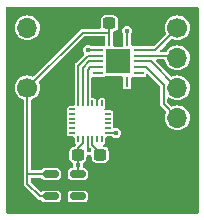
<source format=gbr>
%TF.GenerationSoftware,KiCad,Pcbnew,7.0.1*%
%TF.CreationDate,2023-04-17T09:12:49+12:00*%
%TF.ProjectId,ICM-20948-breakout,49434d2d-3230-4393-9438-2d627265616b,rev?*%
%TF.SameCoordinates,Original*%
%TF.FileFunction,Copper,L1,Top*%
%TF.FilePolarity,Positive*%
%FSLAX46Y46*%
G04 Gerber Fmt 4.6, Leading zero omitted, Abs format (unit mm)*
G04 Created by KiCad (PCBNEW 7.0.1) date 2023-04-17 09:12:49*
%MOMM*%
%LPD*%
G01*
G04 APERTURE LIST*
G04 Aperture macros list*
%AMRoundRect*
0 Rectangle with rounded corners*
0 $1 Rounding radius*
0 $2 $3 $4 $5 $6 $7 $8 $9 X,Y pos of 4 corners*
0 Add a 4 corners polygon primitive as box body*
4,1,4,$2,$3,$4,$5,$6,$7,$8,$9,$2,$3,0*
0 Add four circle primitives for the rounded corners*
1,1,$1+$1,$2,$3*
1,1,$1+$1,$4,$5*
1,1,$1+$1,$6,$7*
1,1,$1+$1,$8,$9*
0 Add four rect primitives between the rounded corners*
20,1,$1+$1,$2,$3,$4,$5,0*
20,1,$1+$1,$4,$5,$6,$7,0*
20,1,$1+$1,$6,$7,$8,$9,0*
20,1,$1+$1,$8,$9,$2,$3,0*%
G04 Aperture macros list end*
%TA.AperFunction,SMDPad,CuDef*%
%ADD10RoundRect,0.150000X-0.512500X-0.150000X0.512500X-0.150000X0.512500X0.150000X-0.512500X0.150000X0*%
%TD*%
%TA.AperFunction,SMDPad,CuDef*%
%ADD11RoundRect,0.050000X-0.225000X-0.050000X0.225000X-0.050000X0.225000X0.050000X-0.225000X0.050000X0*%
%TD*%
%TA.AperFunction,SMDPad,CuDef*%
%ADD12RoundRect,0.050000X0.050000X-0.225000X0.050000X0.225000X-0.050000X0.225000X-0.050000X-0.225000X0*%
%TD*%
%TA.AperFunction,SMDPad,CuDef*%
%ADD13RoundRect,0.237500X0.300000X0.237500X-0.300000X0.237500X-0.300000X-0.237500X0.300000X-0.237500X0*%
%TD*%
%TA.AperFunction,SMDPad,CuDef*%
%ADD14R,2.050000X2.050000*%
%TD*%
%TA.AperFunction,SMDPad,CuDef*%
%ADD15R,0.280000X0.850000*%
%TD*%
%TA.AperFunction,SMDPad,CuDef*%
%ADD16R,0.850000X0.280000*%
%TD*%
%TA.AperFunction,SMDPad,CuDef*%
%ADD17RoundRect,0.237500X-0.300000X-0.237500X0.300000X-0.237500X0.300000X0.237500X-0.300000X0.237500X0*%
%TD*%
%TA.AperFunction,ComponentPad*%
%ADD18C,1.700000*%
%TD*%
%TA.AperFunction,ComponentPad*%
%ADD19O,1.700000X1.700000*%
%TD*%
%TA.AperFunction,ViaPad*%
%ADD20C,0.450000*%
%TD*%
%TA.AperFunction,Conductor*%
%ADD21C,0.200000*%
%TD*%
G04 APERTURE END LIST*
D10*
%TO.P,U3,1,IN*%
%TO.N,VIN*%
X145957500Y-85020000D03*
%TO.P,U3,2,GND*%
%TO.N,GND*%
X145957500Y-85970000D03*
%TO.P,U3,3,EN*%
%TO.N,VIN*%
X145957500Y-86920000D03*
%TO.P,U3,4,NC*%
%TO.N,unconnected-(U3-NC-Pad4)*%
X148232500Y-86920000D03*
%TO.P,U3,5,OUT*%
%TO.N,+1V8*%
X148232500Y-85020000D03*
%TD*%
D11*
%TO.P,U1,1,NC*%
%TO.N,unconnected-(U1-NC-Pad1)*%
X147770000Y-79540000D03*
%TO.P,U1,2,NC*%
%TO.N,unconnected-(U1-NC-Pad2)*%
X147770000Y-79940000D03*
%TO.P,U1,3,NC*%
%TO.N,unconnected-(U1-NC-Pad3)*%
X147770000Y-80340000D03*
%TO.P,U1,4,NC*%
%TO.N,unconnected-(U1-NC-Pad4)*%
X147770000Y-80740000D03*
%TO.P,U1,5,NC*%
%TO.N,unconnected-(U1-NC-Pad5)*%
X147770000Y-81140000D03*
%TO.P,U1,6,NC*%
%TO.N,unconnected-(U1-NC-Pad6)*%
X147770000Y-81540000D03*
D12*
%TO.P,U1,7,AUX_CL*%
%TO.N,unconnected-(U1-AUX_CL-Pad7)*%
X148270000Y-82040000D03*
%TO.P,U1,8,VDDIO*%
%TO.N,+1V8*%
X148670000Y-82040000D03*
%TO.P,U1,9,SDO/AD0*%
%TO.N,Net-(U1-SDO{slash}AD0)*%
X149070000Y-82040000D03*
%TO.P,U1,10,REGOUT*%
%TO.N,Net-(U1-REGOUT)*%
X149470000Y-82040000D03*
%TO.P,U1,11,FSYNC*%
%TO.N,unconnected-(U1-FSYNC-Pad11)*%
X149870000Y-82040000D03*
%TO.P,U1,12,INT1*%
%TO.N,unconnected-(U1-INT1-Pad12)*%
X150270000Y-82040000D03*
D11*
%TO.P,U1,13,VDD*%
%TO.N,+1V8*%
X150770000Y-81540000D03*
%TO.P,U1,14,NC*%
%TO.N,unconnected-(U1-NC-Pad14)*%
X150770000Y-81140000D03*
%TO.P,U1,15,NC*%
%TO.N,unconnected-(U1-NC-Pad15)*%
X150770000Y-80740000D03*
%TO.P,U1,16,NC*%
%TO.N,unconnected-(U1-NC-Pad16)*%
X150770000Y-80340000D03*
%TO.P,U1,17,NC*%
%TO.N,unconnected-(U1-NC-Pad17)*%
X150770000Y-79940000D03*
%TO.P,U1,18,GND*%
%TO.N,GND*%
X150770000Y-79540000D03*
D12*
%TO.P,U1,19,RESV*%
%TO.N,unconnected-(U1-RESV-Pad19)*%
X150270000Y-79040000D03*
%TO.P,U1,20,GND*%
%TO.N,GND*%
X149870000Y-79040000D03*
%TO.P,U1,21,AUX_DA*%
%TO.N,unconnected-(U1-AUX_DA-Pad21)*%
X149470000Y-79040000D03*
%TO.P,U1,22,~{CS}*%
%TO.N,Net-(U1-~{CS})*%
X149070000Y-79040000D03*
%TO.P,U1,23,SCL/SCLK*%
%TO.N,Net-(U1-SCL{slash}SCLK)*%
X148670000Y-79040000D03*
%TO.P,U1,24,SDA/SDI*%
%TO.N,Net-(U1-SDA{slash}SDI)*%
X148270000Y-79040000D03*
%TD*%
D13*
%TO.P,C2,2*%
%TO.N,GND*%
X146507500Y-83390000D03*
%TO.P,C2,1*%
%TO.N,+1V8*%
X148232500Y-83390000D03*
%TD*%
%TO.P,C3,1*%
%TO.N,VIN*%
X150905000Y-72265000D03*
%TO.P,C3,2*%
%TO.N,GND*%
X149180000Y-72265000D03*
%TD*%
D14*
%TO.P,U2,15,Pad*%
%TO.N,unconnected-(U2-Pad-Pad15)*%
X151655000Y-75490000D03*
D15*
%TO.P,U2,14,VCCB*%
%TO.N,+1V8*%
X152405000Y-73765000D03*
D16*
%TO.P,U2,13,B1*%
%TO.N,/SDO{slash}AD0*%
X153380000Y-74490000D03*
%TO.P,U2,12,B2*%
%TO.N,/SDA{slash}SDI*%
X153380000Y-74990000D03*
%TO.P,U2,11,B3*%
%TO.N,/SCL{slash}SCLK*%
X153380000Y-75490000D03*
%TO.P,U2,10,B4*%
%TO.N,/CS*%
X153380000Y-75990000D03*
%TO.P,U2,9,NC*%
%TO.N,unconnected-(U2-NC-Pad9)*%
X153380000Y-76490000D03*
D15*
%TO.P,U2,8,OE*%
%TO.N,unconnected-(U2-OE-Pad8)*%
X152405000Y-77215000D03*
%TO.P,U2,7,GND*%
%TO.N,GND*%
X150905000Y-77215000D03*
D16*
%TO.P,U2,6,NC*%
%TO.N,unconnected-(U2-NC-Pad6)*%
X149930000Y-76490000D03*
%TO.P,U2,5,A4*%
%TO.N,Net-(U1-~{CS})*%
X149930000Y-75990000D03*
%TO.P,U2,4,A3*%
%TO.N,Net-(U1-SCL{slash}SCLK)*%
X149930000Y-75490000D03*
%TO.P,U2,3,A2*%
%TO.N,Net-(U1-SDA{slash}SDI)*%
X149930000Y-74990000D03*
%TO.P,U2,2,A1*%
%TO.N,Net-(U1-SDO{slash}AD0)*%
X149930000Y-74490000D03*
D15*
%TO.P,U2,1,VCCA*%
%TO.N,VIN*%
X150905000Y-73765000D03*
%TD*%
D17*
%TO.P,C1,1*%
%TO.N,Net-(U1-REGOUT)*%
X150139930Y-83390000D03*
%TO.P,C1,2*%
%TO.N,GND*%
X151864930Y-83390000D03*
%TD*%
D18*
%TO.P,J2,1,Pin_1*%
%TO.N,VIN*%
X143960000Y-77720000D03*
D19*
%TO.P,J2,2,Pin_2*%
%TO.N,GND*%
X143960000Y-75180000D03*
%TO.P,J2,3,Pin_3*%
%TO.N,+1V8*%
X143960000Y-72640000D03*
%TD*%
%TO.P,J1,4,Pin_4*%
%TO.N,/CS*%
X156660000Y-80260000D03*
%TO.P,J1,3,Pin_3*%
%TO.N,/SCL{slash}SCLK*%
X156660000Y-77720000D03*
%TO.P,J1,2,Pin_2*%
%TO.N,/SDA{slash}SDI*%
X156660000Y-75180000D03*
D18*
%TO.P,J1,1,Pin_1*%
%TO.N,/SDO{slash}AD0*%
X156660000Y-72640000D03*
%TD*%
D20*
%TO.N,GND*%
X150905000Y-78070000D03*
X149180000Y-71360000D03*
X146507500Y-82490000D03*
X149870000Y-78180000D03*
X144870000Y-85970000D03*
%TO.N,+1V8*%
X151470000Y-81540000D03*
X148232500Y-84290000D03*
%TO.N,Net-(U1-SDO{slash}AD0)*%
X149177431Y-83003141D03*
X149070000Y-74490000D03*
%TO.N,+1V8*%
X152405000Y-72900000D03*
%TD*%
D21*
%TO.N,VIN*%
X145050000Y-86920000D02*
X143960000Y-85830000D01*
X145957500Y-86920000D02*
X145050000Y-86920000D01*
X143960000Y-85830000D02*
X143960000Y-77720000D01*
%TO.N,+1V8*%
X150770000Y-81540000D02*
X151470000Y-81540000D01*
%TO.N,GND*%
X150905000Y-78070000D02*
X150905000Y-77215000D01*
X149180000Y-71360000D02*
X149180000Y-72265000D01*
X146507500Y-82490000D02*
X146507500Y-83390000D01*
X149870000Y-78180000D02*
X149870000Y-79040000D01*
X144870000Y-85970000D02*
X145957500Y-85970000D01*
%TO.N,VIN*%
X148640000Y-73040000D02*
X143960000Y-77720000D01*
X150905000Y-73040000D02*
X148640000Y-73040000D01*
X150905000Y-73040000D02*
X150905000Y-72265000D01*
X150905000Y-73765000D02*
X150905000Y-73040000D01*
X145957500Y-85020000D02*
X143980000Y-85020000D01*
%TO.N,/SCL{slash}SCLK*%
X154430000Y-75490000D02*
X153380000Y-75490000D01*
%TO.N,+1V8*%
X148232500Y-84290000D02*
X148232500Y-85020000D01*
X148232500Y-83390000D02*
X148232500Y-84290000D01*
%TO.N,Net-(U1-REGOUT)*%
X150139930Y-83219930D02*
X149704931Y-82784931D01*
X150139930Y-83390000D02*
X150139930Y-83219930D01*
%TO.N,+1V8*%
X148232500Y-82847475D02*
X148232500Y-83390000D01*
X148670000Y-82409975D02*
X148232500Y-82847475D01*
X148670000Y-82040000D02*
X148670000Y-82409975D01*
%TO.N,Net-(U1-REGOUT)*%
X149702431Y-82784931D02*
X149704931Y-82784931D01*
X149470000Y-82552500D02*
X149702431Y-82784931D01*
X149470000Y-82040000D02*
X149470000Y-82552500D01*
%TO.N,Net-(U1-SDO{slash}AD0)*%
X149070000Y-82895710D02*
X149070000Y-82040000D01*
X149177431Y-83003141D02*
X149070000Y-82895710D01*
%TO.N,+1V8*%
X152405000Y-72900000D02*
X152405000Y-73765000D01*
%TO.N,Net-(U1-SDO{slash}AD0)*%
X149070000Y-74490000D02*
X149930000Y-74490000D01*
%TO.N,Net-(U1-SDA{slash}SDI)*%
X149905000Y-75015000D02*
X149930000Y-74990000D01*
X149108628Y-75015000D02*
X149905000Y-75015000D01*
X148270000Y-75853628D02*
X149108628Y-75015000D01*
X148270000Y-79040000D02*
X148270000Y-75853628D01*
%TO.N,Net-(U1-SCL{slash}SCLK)*%
X149199314Y-75490000D02*
X149930000Y-75490000D01*
X148670000Y-76019314D02*
X149199314Y-75490000D01*
X148670000Y-79040000D02*
X148670000Y-76019314D01*
%TO.N,Net-(U1-~{CS})*%
X149265000Y-75990000D02*
X149930000Y-75990000D01*
X149070000Y-76185000D02*
X149265000Y-75990000D01*
X149070000Y-79040000D02*
X149070000Y-76185000D01*
%TO.N,/CS*%
X154045000Y-75990000D02*
X153540000Y-75990000D01*
X155510000Y-77455000D02*
X154045000Y-75990000D01*
%TO.N,/SDA{slash}SDI*%
X153540000Y-74990000D02*
X156470000Y-74990000D01*
X156470000Y-74990000D02*
X156660000Y-75180000D01*
%TO.N,/SDO{slash}AD0*%
X154810000Y-74490000D02*
X153540000Y-74490000D01*
%TO.N,/CS*%
X155510000Y-77455000D02*
X155510000Y-79110000D01*
X155510000Y-79110000D02*
X156660000Y-80260000D01*
%TO.N,/SCL{slash}SCLK*%
X154430000Y-75490000D02*
X156660000Y-77720000D01*
%TO.N,/SDO{slash}AD0*%
X154810000Y-74490000D02*
X156660000Y-72640000D01*
%TD*%
%TA.AperFunction,Conductor*%
%TO.N,GND*%
G36*
X158397500Y-70857113D02*
G01*
X158442887Y-70902500D01*
X158459500Y-70964500D01*
X158459500Y-88245500D01*
X158442887Y-88307500D01*
X158397500Y-88352887D01*
X158335500Y-88369500D01*
X142284500Y-88369500D01*
X142222500Y-88352887D01*
X142177113Y-88307500D01*
X142160500Y-88245500D01*
X142160500Y-77720000D01*
X142904417Y-77720000D01*
X142924699Y-77925932D01*
X142924700Y-77925934D01*
X142984768Y-78123954D01*
X143082315Y-78306450D01*
X143133608Y-78368952D01*
X143213589Y-78466410D01*
X143257566Y-78502500D01*
X143373550Y-78597685D01*
X143556046Y-78695232D01*
X143570701Y-78699677D01*
X143571497Y-78699919D01*
X143617260Y-78725352D01*
X143648447Y-78767404D01*
X143659500Y-78818579D01*
X143659500Y-85760757D01*
X143656756Y-85777577D01*
X143659368Y-85834079D01*
X143659500Y-85839805D01*
X143659500Y-85858819D01*
X143661181Y-85873307D01*
X143662415Y-85899993D01*
X143665213Y-85906330D01*
X143673666Y-85933626D01*
X143674938Y-85940434D01*
X143688997Y-85963140D01*
X143697002Y-85978327D01*
X143707792Y-86002763D01*
X143712688Y-86007659D01*
X143730434Y-86030063D01*
X143734081Y-86035952D01*
X143755396Y-86052048D01*
X143768351Y-86063322D01*
X144788550Y-87083521D01*
X144798507Y-87097358D01*
X144806041Y-87104226D01*
X144806042Y-87104228D01*
X144819429Y-87116432D01*
X144840316Y-87135474D01*
X144844457Y-87139429D01*
X144857888Y-87152860D01*
X144869328Y-87161922D01*
X144889065Y-87179915D01*
X144889066Y-87179915D01*
X144889067Y-87179916D01*
X144895526Y-87182418D01*
X144920809Y-87195745D01*
X144926520Y-87199657D01*
X144952517Y-87205771D01*
X144968908Y-87210846D01*
X144993827Y-87220500D01*
X145000752Y-87220500D01*
X145029142Y-87223794D01*
X145035881Y-87225379D01*
X145035883Y-87225378D01*
X145036093Y-87225428D01*
X145087050Y-87229024D01*
X145132496Y-87253179D01*
X145140112Y-87262909D01*
X145141170Y-87261852D01*
X145238515Y-87359197D01*
X145238516Y-87359197D01*
X145238517Y-87359198D01*
X145343607Y-87410573D01*
X145370860Y-87414543D01*
X145411737Y-87420500D01*
X145411740Y-87420500D01*
X146503260Y-87420500D01*
X146503263Y-87420500D01*
X146537326Y-87415536D01*
X146571393Y-87410573D01*
X146676483Y-87359198D01*
X146759198Y-87276483D01*
X146810573Y-87171393D01*
X146820500Y-87103263D01*
X147369500Y-87103263D01*
X147379426Y-87171390D01*
X147379426Y-87171391D01*
X147379427Y-87171393D01*
X147396233Y-87205771D01*
X147430802Y-87276484D01*
X147513515Y-87359197D01*
X147513516Y-87359197D01*
X147513517Y-87359198D01*
X147618607Y-87410573D01*
X147645860Y-87414543D01*
X147686737Y-87420500D01*
X147686740Y-87420500D01*
X148778260Y-87420500D01*
X148778263Y-87420500D01*
X148812326Y-87415536D01*
X148846393Y-87410573D01*
X148951483Y-87359198D01*
X149034198Y-87276483D01*
X149085573Y-87171393D01*
X149095500Y-87103260D01*
X149095500Y-86736740D01*
X149085573Y-86668607D01*
X149034198Y-86563517D01*
X149034197Y-86563516D01*
X149034197Y-86563515D01*
X148951484Y-86480802D01*
X148897712Y-86454515D01*
X148846393Y-86429427D01*
X148846391Y-86429426D01*
X148846390Y-86429426D01*
X148778263Y-86419500D01*
X148778260Y-86419500D01*
X147686740Y-86419500D01*
X147686737Y-86419500D01*
X147618609Y-86429426D01*
X147513515Y-86480802D01*
X147430802Y-86563515D01*
X147379426Y-86668609D01*
X147369500Y-86736737D01*
X147369500Y-87103263D01*
X146820500Y-87103263D01*
X146820500Y-87103260D01*
X146820500Y-86736740D01*
X146810573Y-86668607D01*
X146759198Y-86563517D01*
X146759197Y-86563516D01*
X146759197Y-86563515D01*
X146676484Y-86480802D01*
X146622712Y-86454515D01*
X146571393Y-86429427D01*
X146571391Y-86429426D01*
X146571390Y-86429426D01*
X146503263Y-86419500D01*
X146503260Y-86419500D01*
X145411740Y-86419500D01*
X145411737Y-86419500D01*
X145343609Y-86429426D01*
X145238515Y-86480802D01*
X145224824Y-86494494D01*
X145169236Y-86526586D01*
X145105050Y-86526586D01*
X145049463Y-86494492D01*
X144296819Y-85741848D01*
X144269939Y-85701620D01*
X144260500Y-85654167D01*
X144260500Y-85444500D01*
X144277113Y-85382500D01*
X144322500Y-85337113D01*
X144384500Y-85320500D01*
X145051029Y-85320500D01*
X145116695Y-85339314D01*
X145138984Y-85364037D01*
X145141170Y-85361852D01*
X145238515Y-85459197D01*
X145238516Y-85459197D01*
X145238517Y-85459198D01*
X145343607Y-85510573D01*
X145370860Y-85514543D01*
X145411737Y-85520500D01*
X145411740Y-85520500D01*
X146503260Y-85520500D01*
X146503263Y-85520500D01*
X146537326Y-85515536D01*
X146571393Y-85510573D01*
X146676483Y-85459198D01*
X146759198Y-85376483D01*
X146810573Y-85271393D01*
X146820500Y-85203260D01*
X146820500Y-84836740D01*
X146810573Y-84768607D01*
X146759198Y-84663517D01*
X146759197Y-84663516D01*
X146759197Y-84663515D01*
X146676484Y-84580802D01*
X146622712Y-84554515D01*
X146571393Y-84529427D01*
X146571391Y-84529426D01*
X146571390Y-84529426D01*
X146503263Y-84519500D01*
X146503260Y-84519500D01*
X145411740Y-84519500D01*
X145411737Y-84519500D01*
X145343609Y-84529426D01*
X145238515Y-84580802D01*
X145141170Y-84678148D01*
X145138984Y-84675962D01*
X145116695Y-84700686D01*
X145051029Y-84719500D01*
X144384500Y-84719500D01*
X144322500Y-84702887D01*
X144277113Y-84657500D01*
X144260500Y-84595500D01*
X144260500Y-78818579D01*
X144271553Y-78767404D01*
X144302740Y-78725352D01*
X144348503Y-78699919D01*
X144349120Y-78699731D01*
X144363954Y-78695232D01*
X144546450Y-78597685D01*
X144706410Y-78466410D01*
X144837685Y-78306450D01*
X144935232Y-78123954D01*
X144995300Y-77925934D01*
X145015583Y-77720000D01*
X144995300Y-77514066D01*
X144935232Y-77316046D01*
X144927618Y-77301802D01*
X144913244Y-77251464D01*
X144920926Y-77199674D01*
X144949295Y-77155674D01*
X148728151Y-73376819D01*
X148768380Y-73349939D01*
X148815833Y-73340500D01*
X150440500Y-73340500D01*
X150502500Y-73357113D01*
X150547887Y-73402500D01*
X150564500Y-73464500D01*
X150564500Y-74036150D01*
X150552595Y-74089167D01*
X150519164Y-74132004D01*
X150470629Y-74156434D01*
X150416308Y-74157766D01*
X150393254Y-74153181D01*
X150374749Y-74149500D01*
X150374748Y-74149500D01*
X149485252Y-74149500D01*
X149485250Y-74149500D01*
X149421805Y-74162120D01*
X149361619Y-74159164D01*
X149342183Y-74147514D01*
X149340719Y-74150388D01*
X149203124Y-74080280D01*
X149070000Y-74059195D01*
X148936875Y-74080280D01*
X148816778Y-74141472D01*
X148721472Y-74236778D01*
X148660280Y-74356875D01*
X148639195Y-74490000D01*
X148660280Y-74623124D01*
X148721472Y-74743221D01*
X148750772Y-74772521D01*
X148782866Y-74828108D01*
X148782866Y-74892296D01*
X148750772Y-74947883D01*
X148106475Y-75592180D01*
X148092639Y-75602136D01*
X148054523Y-75643946D01*
X148050573Y-75648082D01*
X148037141Y-75661514D01*
X148028087Y-75672945D01*
X148010083Y-75692695D01*
X148007578Y-75699162D01*
X147994259Y-75724430D01*
X147990343Y-75730146D01*
X147984228Y-75756145D01*
X147979151Y-75772541D01*
X147969500Y-75797455D01*
X147969500Y-75804379D01*
X147966206Y-75832772D01*
X147964621Y-75839509D01*
X147968311Y-75865960D01*
X147969500Y-75883093D01*
X147969500Y-79115500D01*
X147952887Y-79177500D01*
X147907500Y-79222887D01*
X147845500Y-79239500D01*
X147520325Y-79239500D01*
X147447261Y-79254033D01*
X147364399Y-79309399D01*
X147309033Y-79392261D01*
X147294500Y-79465325D01*
X147294500Y-79614675D01*
X147312935Y-79707354D01*
X147316438Y-79715810D01*
X147316438Y-79764190D01*
X147312935Y-79772645D01*
X147294500Y-79865325D01*
X147294500Y-80014675D01*
X147312934Y-80107345D01*
X147316435Y-80115795D01*
X147316441Y-80164174D01*
X147312938Y-80172634D01*
X147294500Y-80265325D01*
X147294500Y-80414675D01*
X147312935Y-80507351D01*
X147316436Y-80515804D01*
X147316440Y-80564172D01*
X147312937Y-80572633D01*
X147294500Y-80665324D01*
X147294500Y-80814675D01*
X147312935Y-80907354D01*
X147316438Y-80915810D01*
X147316438Y-80964190D01*
X147312935Y-80972645D01*
X147294500Y-81065325D01*
X147294500Y-81214675D01*
X147312935Y-81307354D01*
X147316438Y-81315810D01*
X147316438Y-81364190D01*
X147312935Y-81372645D01*
X147294500Y-81465325D01*
X147294500Y-81614675D01*
X147309033Y-81687738D01*
X147309033Y-81687739D01*
X147309034Y-81687740D01*
X147364399Y-81770601D01*
X147447260Y-81825966D01*
X147483793Y-81833233D01*
X147520325Y-81840500D01*
X147520326Y-81840500D01*
X147845500Y-81840500D01*
X147907500Y-81857113D01*
X147952887Y-81902500D01*
X147969500Y-81964500D01*
X147969500Y-82289675D01*
X147984033Y-82362738D01*
X147984033Y-82362739D01*
X147984034Y-82362740D01*
X148039399Y-82445601D01*
X148039400Y-82445601D01*
X148050117Y-82461641D01*
X148069690Y-82512457D01*
X148065604Y-82566758D01*
X148038648Y-82614072D01*
X148017022Y-82637793D01*
X148013073Y-82641929D01*
X147999641Y-82655361D01*
X147990589Y-82666790D01*
X147983988Y-82674032D01*
X147942435Y-82703933D01*
X147892345Y-82714500D01*
X147879740Y-82714500D01*
X147850154Y-82717274D01*
X147725521Y-82760885D01*
X147619288Y-82839288D01*
X147540885Y-82945521D01*
X147497274Y-83070154D01*
X147494500Y-83099740D01*
X147494500Y-83680260D01*
X147497274Y-83709845D01*
X147540885Y-83834478D01*
X147619288Y-83940711D01*
X147725523Y-84019115D01*
X147725524Y-84019115D01*
X147725525Y-84019116D01*
X147736208Y-84022854D01*
X147740631Y-84024402D01*
X147788661Y-84055083D01*
X147817893Y-84104008D01*
X147822152Y-84160842D01*
X147801695Y-84289999D01*
X147815333Y-84376102D01*
X147812205Y-84429158D01*
X147787151Y-84476031D01*
X147744774Y-84508110D01*
X147692860Y-84519500D01*
X147686737Y-84519500D01*
X147618609Y-84529426D01*
X147513515Y-84580802D01*
X147430802Y-84663515D01*
X147379426Y-84768609D01*
X147369500Y-84836737D01*
X147369500Y-85203263D01*
X147379426Y-85271390D01*
X147430802Y-85376484D01*
X147513515Y-85459197D01*
X147513516Y-85459197D01*
X147513517Y-85459198D01*
X147618607Y-85510573D01*
X147645860Y-85514543D01*
X147686737Y-85520500D01*
X147686740Y-85520500D01*
X148778260Y-85520500D01*
X148778263Y-85520500D01*
X148812326Y-85515536D01*
X148846393Y-85510573D01*
X148951483Y-85459198D01*
X149034198Y-85376483D01*
X149085573Y-85271393D01*
X149095500Y-85203260D01*
X149095500Y-84836740D01*
X149085573Y-84768607D01*
X149034198Y-84663517D01*
X149034197Y-84663516D01*
X149034197Y-84663515D01*
X148951484Y-84580802D01*
X148897712Y-84554515D01*
X148846393Y-84529427D01*
X148846391Y-84529426D01*
X148846390Y-84529426D01*
X148778263Y-84519500D01*
X148778260Y-84519500D01*
X148772140Y-84519500D01*
X148720226Y-84508110D01*
X148677849Y-84476031D01*
X148652795Y-84429158D01*
X148649667Y-84376102D01*
X148663304Y-84290000D01*
X148663304Y-84289999D01*
X148642847Y-84160840D01*
X148647106Y-84104008D01*
X148676338Y-84055083D01*
X148724365Y-84024402D01*
X148739475Y-84019116D01*
X148739476Y-84019114D01*
X148739479Y-84019114D01*
X148845711Y-83940711D01*
X148924114Y-83834478D01*
X148924114Y-83834477D01*
X148924116Y-83834475D01*
X148967725Y-83709849D01*
X148970500Y-83680256D01*
X148970500Y-83546356D01*
X148981890Y-83494442D01*
X149013968Y-83452066D01*
X149060841Y-83427012D01*
X149113898Y-83423883D01*
X149177430Y-83433945D01*
X149177430Y-83433944D01*
X149177431Y-83433945D01*
X149240960Y-83423883D01*
X149258532Y-83421100D01*
X149311588Y-83424228D01*
X149358461Y-83449282D01*
X149390540Y-83491659D01*
X149401930Y-83543573D01*
X149401930Y-83680260D01*
X149404704Y-83709845D01*
X149448315Y-83834478D01*
X149526718Y-83940711D01*
X149632951Y-84019114D01*
X149632953Y-84019114D01*
X149632955Y-84019116D01*
X149757581Y-84062725D01*
X149770263Y-84063914D01*
X149787170Y-84065500D01*
X149787174Y-84065500D01*
X150492686Y-84065500D01*
X150492690Y-84065500D01*
X150507482Y-84064112D01*
X150522279Y-84062725D01*
X150646905Y-84019116D01*
X150753141Y-83940711D01*
X150831546Y-83834475D01*
X150875155Y-83709849D01*
X150877930Y-83680256D01*
X150877930Y-83099744D01*
X150875155Y-83070151D01*
X150831546Y-82945525D01*
X150831544Y-82945523D01*
X150831544Y-82945521D01*
X150753141Y-82839288D01*
X150646908Y-82760885D01*
X150574208Y-82735446D01*
X150522279Y-82717275D01*
X150522277Y-82717274D01*
X150522275Y-82717274D01*
X150494316Y-82714652D01*
X150437389Y-82694552D01*
X150396701Y-82649951D01*
X150381896Y-82591423D01*
X150396484Y-82532841D01*
X150437001Y-82488096D01*
X150500601Y-82445601D01*
X150555966Y-82362740D01*
X150570500Y-82289674D01*
X150570500Y-81964500D01*
X150587113Y-81902500D01*
X150632500Y-81857113D01*
X150694500Y-81840500D01*
X150713827Y-81840500D01*
X151019674Y-81840500D01*
X151117389Y-81840500D01*
X151164842Y-81849939D01*
X151205070Y-81876819D01*
X151216778Y-81888527D01*
X151216780Y-81888528D01*
X151336874Y-81949719D01*
X151470000Y-81970804D01*
X151603126Y-81949719D01*
X151723220Y-81888528D01*
X151818528Y-81793220D01*
X151879719Y-81673126D01*
X151900804Y-81540000D01*
X151879719Y-81406874D01*
X151818528Y-81286780D01*
X151818527Y-81286778D01*
X151723221Y-81191472D01*
X151603124Y-81130280D01*
X151469999Y-81109195D01*
X151378572Y-81123676D01*
X151316256Y-81117539D01*
X151264884Y-81081735D01*
X151237557Y-81025395D01*
X151230966Y-80992260D01*
X151230965Y-80992259D01*
X151227064Y-80972646D01*
X151223563Y-80964195D01*
X151223563Y-80915805D01*
X151227064Y-80907353D01*
X151245500Y-80814675D01*
X151245500Y-80665325D01*
X151227064Y-80572646D01*
X151223563Y-80564195D01*
X151223563Y-80515805D01*
X151227064Y-80507353D01*
X151235304Y-80465934D01*
X151245500Y-80414674D01*
X151245500Y-80265326D01*
X151230966Y-80192260D01*
X151230965Y-80192259D01*
X151227063Y-80172641D01*
X151223561Y-80164185D01*
X151223564Y-80115801D01*
X151227065Y-80107350D01*
X151245500Y-80014675D01*
X151245500Y-79865325D01*
X151230966Y-79792261D01*
X151230966Y-79792260D01*
X151175601Y-79709399D01*
X151092740Y-79654034D01*
X151092739Y-79654033D01*
X151092738Y-79654033D01*
X151019675Y-79639500D01*
X151019674Y-79639500D01*
X150603029Y-79639500D01*
X150539280Y-79621858D01*
X150493671Y-79573954D01*
X150479178Y-79509416D01*
X150499926Y-79446610D01*
X150500599Y-79445601D01*
X150500601Y-79445601D01*
X150555966Y-79362740D01*
X150570500Y-79289674D01*
X150570500Y-78790326D01*
X150565940Y-78767404D01*
X150557827Y-78726614D01*
X150555966Y-78717260D01*
X150500601Y-78634399D01*
X150417740Y-78579034D01*
X150417739Y-78579033D01*
X150417738Y-78579033D01*
X150344675Y-78564500D01*
X150344674Y-78564500D01*
X150195326Y-78564500D01*
X150195325Y-78564500D01*
X150122261Y-78579033D01*
X150122259Y-78579034D01*
X150122260Y-78579034D01*
X150039399Y-78634399D01*
X149998753Y-78695232D01*
X149973103Y-78733620D01*
X149928454Y-78774088D01*
X149870000Y-78788730D01*
X149811546Y-78774088D01*
X149766897Y-78733620D01*
X149744379Y-78699919D01*
X149700601Y-78634399D01*
X149617740Y-78579034D01*
X149617739Y-78579033D01*
X149617738Y-78579033D01*
X149544675Y-78564500D01*
X149544674Y-78564500D01*
X149494500Y-78564500D01*
X149432500Y-78547887D01*
X149387113Y-78502500D01*
X149370500Y-78440500D01*
X149370500Y-76954500D01*
X149387113Y-76892500D01*
X149432500Y-76847113D01*
X149494500Y-76830500D01*
X150374749Y-76830500D01*
X150403989Y-76824683D01*
X150433231Y-76818867D01*
X150499552Y-76774552D01*
X150502187Y-76770607D01*
X150546836Y-76730141D01*
X150605289Y-76715500D01*
X150610252Y-76715500D01*
X151940500Y-76715500D01*
X152002500Y-76732113D01*
X152047887Y-76777500D01*
X152064500Y-76839500D01*
X152064500Y-77659749D01*
X152076132Y-77718230D01*
X152120447Y-77784552D01*
X152186769Y-77828867D01*
X152245251Y-77840500D01*
X152245252Y-77840500D01*
X152564748Y-77840500D01*
X152564749Y-77840500D01*
X152593989Y-77834683D01*
X152623231Y-77828867D01*
X152689552Y-77784552D01*
X152733867Y-77718231D01*
X152745500Y-77659748D01*
X152745500Y-76943850D01*
X152757405Y-76890833D01*
X152790836Y-76847996D01*
X152839371Y-76823566D01*
X152893691Y-76822233D01*
X152914334Y-76826339D01*
X152935251Y-76830500D01*
X152935252Y-76830500D01*
X153824748Y-76830500D01*
X153824749Y-76830500D01*
X153853989Y-76824683D01*
X153883231Y-76818867D01*
X153949552Y-76774552D01*
X153993867Y-76708231D01*
X154005500Y-76649748D01*
X154005747Y-76648506D01*
X154035486Y-76589424D01*
X154091369Y-76554036D01*
X154157493Y-76552413D01*
X154215045Y-76585016D01*
X155173181Y-77543152D01*
X155200061Y-77583380D01*
X155209500Y-77630833D01*
X155209500Y-79040757D01*
X155206756Y-79057577D01*
X155209368Y-79114079D01*
X155209500Y-79119805D01*
X155209500Y-79138819D01*
X155211181Y-79153307D01*
X155212415Y-79179993D01*
X155215213Y-79186330D01*
X155223666Y-79213626D01*
X155224938Y-79220434D01*
X155238997Y-79243140D01*
X155247002Y-79258327D01*
X155257792Y-79282763D01*
X155262688Y-79287659D01*
X155280434Y-79310063D01*
X155284081Y-79315952D01*
X155289441Y-79320000D01*
X155305396Y-79332048D01*
X155318351Y-79343322D01*
X155670701Y-79695673D01*
X155699072Y-79739675D01*
X155706755Y-79791464D01*
X155692378Y-79841807D01*
X155684768Y-79856043D01*
X155624699Y-80054067D01*
X155604417Y-80260000D01*
X155624699Y-80465932D01*
X155637264Y-80507353D01*
X155684768Y-80663954D01*
X155782315Y-80846450D01*
X155816201Y-80887740D01*
X155913589Y-81006410D01*
X155985380Y-81065326D01*
X156073550Y-81137685D01*
X156256046Y-81235232D01*
X156454066Y-81295300D01*
X156660000Y-81315583D01*
X156865934Y-81295300D01*
X157063954Y-81235232D01*
X157246450Y-81137685D01*
X157406410Y-81006410D01*
X157537685Y-80846450D01*
X157635232Y-80663954D01*
X157695300Y-80465934D01*
X157715583Y-80260000D01*
X157695300Y-80054066D01*
X157635232Y-79856046D01*
X157537685Y-79673550D01*
X157455949Y-79573954D01*
X157406410Y-79513589D01*
X157258569Y-79392261D01*
X157246450Y-79382315D01*
X157073134Y-79289675D01*
X157063956Y-79284769D01*
X157063955Y-79284768D01*
X157063954Y-79284768D01*
X156950838Y-79250455D01*
X156865932Y-79224699D01*
X156660000Y-79204417D01*
X156454067Y-79224699D01*
X156256041Y-79284769D01*
X156241804Y-79292379D01*
X156191461Y-79306755D01*
X156139673Y-79299072D01*
X156095672Y-79270701D01*
X155846819Y-79021848D01*
X155819939Y-78981620D01*
X155810500Y-78934167D01*
X155810500Y-78643982D01*
X155829738Y-78577642D01*
X155881483Y-78531887D01*
X155949678Y-78520914D01*
X156013164Y-78548128D01*
X156073550Y-78597685D01*
X156256046Y-78695232D01*
X156454066Y-78755300D01*
X156660000Y-78775583D01*
X156865934Y-78755300D01*
X157063954Y-78695232D01*
X157246450Y-78597685D01*
X157406410Y-78466410D01*
X157537685Y-78306450D01*
X157635232Y-78123954D01*
X157695300Y-77925934D01*
X157715583Y-77720000D01*
X157695300Y-77514066D01*
X157635232Y-77316046D01*
X157537685Y-77133550D01*
X157472047Y-77053570D01*
X157406410Y-76973589D01*
X157252296Y-76847113D01*
X157246450Y-76842315D01*
X157125191Y-76777500D01*
X157063956Y-76744769D01*
X157063955Y-76744768D01*
X157063954Y-76744768D01*
X156955170Y-76711769D01*
X156865932Y-76684699D01*
X156660000Y-76664417D01*
X156454067Y-76684699D01*
X156256041Y-76744769D01*
X156241804Y-76752379D01*
X156191461Y-76766755D01*
X156139673Y-76759072D01*
X156095672Y-76730701D01*
X154867152Y-75502181D01*
X154836902Y-75452818D01*
X154832360Y-75395102D01*
X154854515Y-75341615D01*
X154898538Y-75304015D01*
X154954833Y-75290500D01*
X155503786Y-75290500D01*
X155554962Y-75301553D01*
X155597014Y-75332741D01*
X155622447Y-75378505D01*
X155624699Y-75385931D01*
X155624700Y-75385934D01*
X155684768Y-75583954D01*
X155782315Y-75766450D01*
X155814586Y-75805772D01*
X155913589Y-75926410D01*
X155993570Y-75992047D01*
X156073550Y-76057685D01*
X156256046Y-76155232D01*
X156454066Y-76215300D01*
X156660000Y-76235583D01*
X156865934Y-76215300D01*
X157063954Y-76155232D01*
X157246450Y-76057685D01*
X157406410Y-75926410D01*
X157537685Y-75766450D01*
X157635232Y-75583954D01*
X157695300Y-75385934D01*
X157715583Y-75180000D01*
X157695300Y-74974066D01*
X157635232Y-74776046D01*
X157537685Y-74593550D01*
X157442708Y-74477819D01*
X157406410Y-74433589D01*
X157308952Y-74353609D01*
X157246450Y-74302315D01*
X157063954Y-74204768D01*
X156964944Y-74174734D01*
X156865932Y-74144699D01*
X156660000Y-74124417D01*
X156454067Y-74144699D01*
X156256043Y-74204769D01*
X156073551Y-74302314D01*
X155913589Y-74433589D01*
X155782314Y-74593551D01*
X155766064Y-74623953D01*
X155720455Y-74671858D01*
X155656706Y-74689500D01*
X155334832Y-74689500D01*
X155278537Y-74675985D01*
X155234514Y-74638385D01*
X155212359Y-74584898D01*
X155216901Y-74527182D01*
X155247151Y-74477819D01*
X155665775Y-74059195D01*
X156095674Y-73629295D01*
X156139674Y-73600926D01*
X156191464Y-73593244D01*
X156241802Y-73607618D01*
X156256046Y-73615232D01*
X156454066Y-73675300D01*
X156660000Y-73695583D01*
X156865934Y-73675300D01*
X157063954Y-73615232D01*
X157246450Y-73517685D01*
X157406410Y-73386410D01*
X157537685Y-73226450D01*
X157635232Y-73043954D01*
X157695300Y-72845934D01*
X157715583Y-72640000D01*
X157695300Y-72434066D01*
X157635232Y-72236046D01*
X157537685Y-72053550D01*
X157472047Y-71973569D01*
X157406410Y-71893589D01*
X157308952Y-71813608D01*
X157246450Y-71762315D01*
X157063954Y-71664768D01*
X156964943Y-71634733D01*
X156865932Y-71604699D01*
X156660000Y-71584417D01*
X156454067Y-71604699D01*
X156256043Y-71664769D01*
X156073551Y-71762314D01*
X155913589Y-71893589D01*
X155782314Y-72053551D01*
X155684769Y-72236043D01*
X155624699Y-72434067D01*
X155604417Y-72639999D01*
X155624699Y-72845932D01*
X155684768Y-73043955D01*
X155692377Y-73058190D01*
X155706754Y-73108534D01*
X155699073Y-73160323D01*
X155670701Y-73204326D01*
X154721848Y-74153181D01*
X154681620Y-74180061D01*
X154634167Y-74189500D01*
X153963300Y-74189500D01*
X153927305Y-74184161D01*
X153894409Y-74168602D01*
X153883231Y-74161133D01*
X153843254Y-74153181D01*
X153824749Y-74149500D01*
X153824748Y-74149500D01*
X152935252Y-74149500D01*
X152935251Y-74149500D01*
X152916746Y-74153181D01*
X152893691Y-74157766D01*
X152839371Y-74156434D01*
X152790836Y-74132004D01*
X152757405Y-74089167D01*
X152745500Y-74036150D01*
X152745500Y-73320251D01*
X152732050Y-73252635D01*
X152735013Y-73192427D01*
X152747231Y-73172053D01*
X152744612Y-73170719D01*
X152760622Y-73139298D01*
X152814719Y-73033126D01*
X152835804Y-72900000D01*
X152814719Y-72766874D01*
X152753528Y-72646780D01*
X152753527Y-72646778D01*
X152658221Y-72551472D01*
X152538124Y-72490280D01*
X152405000Y-72469195D01*
X152271875Y-72490280D01*
X152151778Y-72551472D01*
X152056472Y-72646778D01*
X151995280Y-72766875D01*
X151974195Y-72899999D01*
X151995280Y-73033124D01*
X152065388Y-73170719D01*
X152062768Y-73172053D01*
X152074992Y-73192447D01*
X152077950Y-73252633D01*
X152064500Y-73320253D01*
X152064500Y-74140500D01*
X152047887Y-74202500D01*
X152002500Y-74247887D01*
X151940500Y-74264500D01*
X151369500Y-74264500D01*
X151307500Y-74247887D01*
X151262113Y-74202500D01*
X151245500Y-74140500D01*
X151245500Y-73320251D01*
X151243569Y-73310548D01*
X151233867Y-73261769D01*
X151226397Y-73250590D01*
X151210839Y-73217695D01*
X151205500Y-73181700D01*
X151205500Y-73099216D01*
X151209570Y-73070034D01*
X151209078Y-73064723D01*
X151216058Y-73010785D01*
X151245448Y-72965022D01*
X151291590Y-72936240D01*
X151411975Y-72894116D01*
X151473995Y-72848344D01*
X151518211Y-72815711D01*
X151596614Y-72709478D01*
X151596614Y-72709477D01*
X151596616Y-72709475D01*
X151640225Y-72584849D01*
X151643000Y-72555256D01*
X151643000Y-71974744D01*
X151640225Y-71945151D01*
X151596616Y-71820525D01*
X151596614Y-71820523D01*
X151596614Y-71820521D01*
X151518211Y-71714288D01*
X151411978Y-71635885D01*
X151398179Y-71631056D01*
X151287349Y-71592275D01*
X151287347Y-71592274D01*
X151287345Y-71592274D01*
X151257760Y-71589500D01*
X151257756Y-71589500D01*
X150552244Y-71589500D01*
X150552240Y-71589500D01*
X150522654Y-71592274D01*
X150398021Y-71635885D01*
X150291788Y-71714288D01*
X150213385Y-71820521D01*
X150169774Y-71945154D01*
X150167000Y-71974740D01*
X150167000Y-72555260D01*
X150171189Y-72599930D01*
X150168692Y-72600164D01*
X150171910Y-72632838D01*
X150150256Y-72687258D01*
X150106040Y-72725668D01*
X150049128Y-72739500D01*
X148709243Y-72739500D01*
X148692422Y-72736756D01*
X148649308Y-72738749D01*
X148635919Y-72739368D01*
X148630195Y-72739500D01*
X148611183Y-72739500D01*
X148596695Y-72741181D01*
X148570006Y-72742415D01*
X148563662Y-72745216D01*
X148536382Y-72753664D01*
X148529565Y-72754938D01*
X148506855Y-72768999D01*
X148491672Y-72777002D01*
X148467232Y-72787793D01*
X148462331Y-72792695D01*
X148439937Y-72810434D01*
X148434048Y-72814080D01*
X148417953Y-72835393D01*
X148406682Y-72848344D01*
X144524325Y-76730701D01*
X144480323Y-76759072D01*
X144428534Y-76766755D01*
X144378191Y-76752378D01*
X144363956Y-76744769D01*
X144363955Y-76744768D01*
X144363954Y-76744768D01*
X144255170Y-76711769D01*
X144165932Y-76684699D01*
X143960000Y-76664417D01*
X143754067Y-76684699D01*
X143556043Y-76744769D01*
X143373551Y-76842314D01*
X143213589Y-76973589D01*
X143082314Y-77133551D01*
X142984769Y-77316043D01*
X142924699Y-77514067D01*
X142904417Y-77720000D01*
X142160500Y-77720000D01*
X142160500Y-72639999D01*
X142904417Y-72639999D01*
X142924699Y-72845932D01*
X142952093Y-72936238D01*
X142984768Y-73043954D01*
X143082315Y-73226450D01*
X143133608Y-73288952D01*
X143213589Y-73386410D01*
X143293569Y-73452047D01*
X143373550Y-73517685D01*
X143556046Y-73615232D01*
X143754066Y-73675300D01*
X143960000Y-73695583D01*
X144165934Y-73675300D01*
X144363954Y-73615232D01*
X144546450Y-73517685D01*
X144706410Y-73386410D01*
X144837685Y-73226450D01*
X144935232Y-73043954D01*
X144995300Y-72845934D01*
X145015583Y-72640000D01*
X144995300Y-72434066D01*
X144935232Y-72236046D01*
X144837685Y-72053550D01*
X144772047Y-71973569D01*
X144706410Y-71893589D01*
X144608952Y-71813608D01*
X144546450Y-71762315D01*
X144363954Y-71664768D01*
X144264943Y-71634733D01*
X144165932Y-71604699D01*
X143960000Y-71584417D01*
X143754067Y-71604699D01*
X143556043Y-71664769D01*
X143373551Y-71762314D01*
X143213589Y-71893589D01*
X143082314Y-72053551D01*
X142984769Y-72236043D01*
X142924699Y-72434067D01*
X142904417Y-72639999D01*
X142160500Y-72639999D01*
X142160500Y-70964500D01*
X142177113Y-70902500D01*
X142222500Y-70857113D01*
X142284500Y-70840500D01*
X158335500Y-70840500D01*
X158397500Y-70857113D01*
G37*
%TD.AperFunction*%
%TD*%
M02*

</source>
